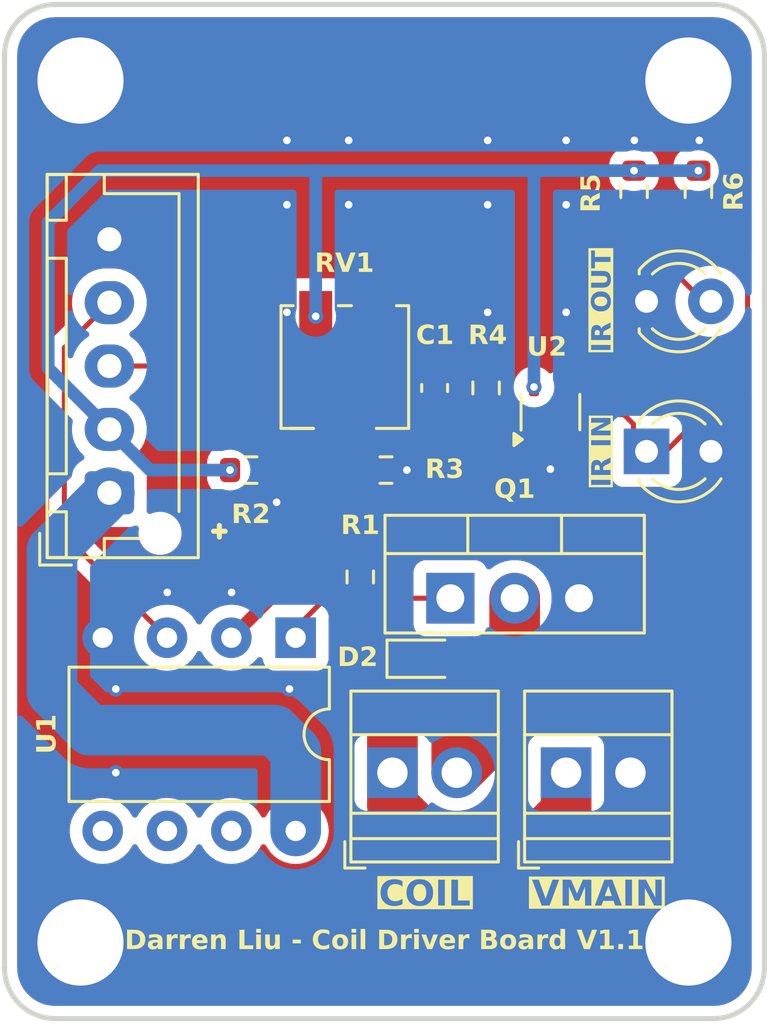
<source format=kicad_pcb>
(kicad_pcb (version 20240108) (generator "pcbnew") (generator_version "8.0")
  (layers (0 "F.Cu" signal) (31 "B.Cu" signal) (34 "B.Paste" user) (35 "F.Paste" user) (36 "B.SilkS" user "B.Silkscreen") (37 "F.SilkS" user "F.Silkscreen") (38 "B.Mask" user) (39 "F.Mask" user) (44 "Edge.Cuts" user))
  (net 0 "")
  (net 1 "IRSOUT")
  (net 2 "GND")
  (net 3 "IN1")
  (net 4 "VMAIN")
  (net 5 "Net-(D4-A)")
  (net 6 "Net-(D5-K)")
  (net 7 "12V")
  (net 8 "CEN")
  (net 9 "3V3")
  (net 10 "OP1")
  (net 11 "1.5V")
  (net 12 "Net-(U2-+)")
  (footprint "Diode_SMD:D_0603_1608Metric" (layer "F.Cu") (at 116.586 125.8062)
    (property "Reference" "D2" (at -2.6416 -0.0254 0) (layer "F.SilkS") (effects (font (size 0.75 0.75))))
    (property "Value" "D")
    (fp_line (start -1.485 -0.735) (end -1.485 0.735) (stroke (width 0.12)) (layer "F.SilkS"))
    (fp_line (start -1.485 0.735) (end 0.8 0.735) (stroke (width 0.12)) (layer "F.SilkS"))
    (fp_line (start 0.8 -0.735) (end -1.485 -0.735) (stroke (width 0.12)) (layer "F.SilkS"))
    (pad "1" smd roundrect (at -0.7875 0) (size 0.875 0.95) (layers "F.Cu" "F.Paste" "F.Mask") (net 4 "VMAIN"))
    (pad "2" smd roundrect (at 0.7875 0) (size 0.875 0.95) (layers "F.Cu" "F.Paste" "F.Mask") (net 3 "IN1"))
  )
  (footprint "Resistor_SMD:R_0603_1608Metric" (layer "F.Cu") (at 114.046 122.5804 90)
    (property "Reference" "R1" (at 2.0066 0 180) (layer "F.SilkS") (effects (font (size 0.75 0.75))))
    (property "Value" "R")
    (fp_line (start -0.237258 -0.5225) (end 0.237258 -0.5225) (stroke (width 0.12)) (layer "F.SilkS"))
    (fp_line (start -0.237258 0.5225) (end 0.237258 0.5225) (stroke (width 0.12)) (layer "F.SilkS"))
    (pad "1" smd roundrect (at -0.825 0 90) (size 0.8 0.95) (layers "F.Cu" "F.Paste" "F.Mask") (net 10 "OP1"))
    (pad "2" smd roundrect (at 0.825 0 90) (size 0.8 0.95) (layers "F.Cu" "F.Paste" "F.Mask") (net 2 "GND"))
  )
  (footprint "Package_DIP:DIP-8_W7.62mm" (layer "F.Cu") (at 111.496 124.978 -90)
    (property "Reference" "U1" (at 3.8 9.7944 90) (layer "F.SilkS") (effects (font (size 0.75 0.75))))
    (property "Value" "LM358")
    (fp_line (start 1.16 8.95) (end 6.46 8.95) (stroke (width 0.12)) (layer "F.SilkS"))
    (fp_line (start 6.46 8.95) (end 6.46 -1.33) (stroke (width 0.12)) (layer "F.SilkS"))
    (fp_line (start 1.16 -1.33) (end 1.16 8.95) (stroke (width 0.12)) (layer "F.SilkS"))
    (fp_line (start 2.81 -1.33) (end 1.16 -1.33) (stroke (width 0.12)) (layer "F.SilkS"))
    (fp_line (start 6.46 -1.33) (end 4.81 -1.33) (stroke (width 0.12)) (layer "F.SilkS"))
    (fp_arc (start 4.81 -1.33) (mid 3.81 -0.33) (end 2.81 -1.33) (stroke (width 0.12)) (layer "F.SilkS"))
    (pad "1" thru_hole rect (at 0 0 270) (size 1.6 1.6) (drill 0.8) (layers "*.Cu" "*.Mask") (net 10 "OP1"))
    (pad "2" thru_hole oval (at 0 2.54 270) (size 1.6 1.6) (drill 0.8) (layers "*.Cu" "*.Mask") (net 11 "1.5V"))
    (pad "3" thru_hole oval (at 0 5.08 270) (size 1.6 1.6) (drill 0.8) (layers "*.Cu" "*.Mask") (net 8 "CEN"))
    (pad "4" thru_hole oval (at 0 7.62 270) (size 1.6 1.6) (drill 0.8) (layers "*.Cu" "*.Mask") (net 2 "GND"))
    (pad "5" thru_hole oval (at 7.62 7.62 270) (size 1.6 1.6) (drill 0.8) (layers "*.Cu" "*.Mask"))
    (pad "6" thru_hole oval (at 7.62 5.08 270) (size 1.6 1.6) (drill 0.8) (layers "*.Cu" "*.Mask"))
    (pad "7" thru_hole oval (at 7.62 2.54 270) (size 1.6 1.6) (drill 0.8) (layers "*.Cu" "*.Mask"))
    (pad "8" thru_hole oval (at 7.62 0 270) (size 1.6 1.6) (drill 0.8) (layers "*.Cu" "*.Mask") (net 7 "12V"))
  )
  (footprint "Resistor_SMD:R_0603_1608Metric" (layer "F.Cu") (at 119.014 115.125 90)
    (property "Reference" "R4" (at 2.0442 0.0612 180) (layer "F.SilkS") (effects (font (size 0.75 0.75))))
    (property "Value" "470R")
    (fp_line (start -0.237258 -0.5225) (end 0.237258 -0.5225) (stroke (width 0.12)) (layer "F.SilkS"))
    (fp_line (start -0.237258 0.5225) (end 0.237258 0.5225) (stroke (width 0.12)) (layer "F.SilkS"))
    (pad "1" smd roundrect (at -0.825 0 90) (size 0.8 0.95) (layers "F.Cu" "F.Paste" "F.Mask") (net 1 "IRSOUT"))
    (pad "2" smd roundrect (at 0.825 0 90) (size 0.8 0.95) (layers "F.Cu" "F.Paste" "F.Mask") (net 2 "GND"))
  )
  (footprint "Package_TO_SOT_THT:TO-220-3_Vertical" (layer "F.Cu") (at 117.602 123.4186)
    (property "Reference" "Q1" (at 2.54 -4.27 0) (layer "F.SilkS") (effects (font (size 0.75 0.75))))
    (property "Value" "IRF3205")
    (fp_line (start -2.58 -3.27) (end -2.58 1.371) (stroke (width 0.12)) (layer "F.SilkS"))
    (fp_line (start -2.58 -3.27) (end 7.66 -3.27) (stroke (width 0.12)) (layer "F.SilkS"))
    (fp_line (start -2.58 -1.76) (end 7.66 -1.76) (stroke (width 0.12)) (layer "F.SilkS"))
    (fp_line (start -2.58 1.371) (end 7.66 1.371) (stroke (width 0.12)) (layer "F.SilkS"))
    (fp_line (start 0.69 -3.27) (end 0.69 -1.76) (stroke (width 0.12)) (layer "F.SilkS"))
    (fp_line (start 4.391 -3.27) (end 4.391 -1.76) (stroke (width 0.12)) (layer "F.SilkS"))
    (fp_line (start 7.66 -3.27) (end 7.66 1.371) (stroke (width 0.12)) (layer "F.SilkS"))
    (pad "1" thru_hole rect (at 0 0) (size 1.905 2) (drill 1.1) (layers "*.Cu" "*.Mask") (net 10 "OP1"))
    (pad "2" thru_hole oval (at 2.54 0) (size 1.905 2) (drill 1.1) (layers "*.Cu" "*.Mask") (net 3 "IN1"))
    (pad "3" thru_hole oval (at 5.08 0) (size 1.905 2) (drill 1.1) (layers "*.Cu" "*.Mask") (net 2 "GND"))
  )
  (footprint "Resistor_SMD:R_0603_1608Metric" (layer "F.Cu") (at 115.062 118.364)
    (property "Reference" "R3" (at 2.3114 0 0) (layer "F.SilkS") (effects (font (size 0.75 0.75))))
    (property "Value" "R")
    (fp_line (start -0.237258 -0.5225) (end 0.237258 -0.5225) (stroke (width 0.12)) (layer "F.SilkS"))
    (fp_line (start -0.237258 0.5225) (end 0.237258 0.5225) (stroke (width 0.12)) (layer "F.SilkS"))
    (pad "1" smd roundrect (at -0.825 0) (size 0.8 0.95) (layers "F.Cu" "F.Paste" "F.Mask") (net 11 "1.5V"))
    (pad "2" smd roundrect (at 0.825 0) (size 0.8 0.95) (layers "F.Cu" "F.Paste" "F.Mask") (net 2 "GND"))
  )
  (footprint "Resistor_SMD:R_0603_1608Metric" (layer "F.Cu") (at 127.396 107.379 -90)
    (property "Reference" "R6" (at 0 -1.43 90) (layer "F.SilkS") (effects (font (size 0.75 0.75))))
    (property "Value" "10K")
    (fp_line (start -0.237258 0.5225) (end 0.237258 0.5225) (stroke (width 0.12)) (layer "F.SilkS"))
    (fp_line (start -0.237258 -0.5225) (end 0.237258 -0.5225) (stroke (width 0.12)) (layer "F.SilkS"))
    (pad "1" smd roundrect (at -0.825 0 270) (size 0.8 0.95) (layers "F.Cu" "F.Paste" "F.Mask") (net 9 "3V3"))
    (pad "2" smd roundrect (at 0.825 0 270) (size 0.8 0.95) (layers "F.Cu" "F.Paste" "F.Mask") (net 6 "Net-(D5-K)"))
  )
  (footprint "Capacitor_SMD:C_0603_1608Metric" (layer "F.Cu") (at 116.982 115.125 90)
    (property "Reference" "C1" (at 2.0442 0.0104 180) (layer "F.SilkS") (effects (font (size 0.75 0.75))))
    (property "Value" "C")
    (fp_line (start -0.14058 -0.51) (end 0.14058 -0.51) (stroke (width 0.12)) (layer "F.SilkS"))
    (fp_line (start -0.14058 0.51) (end 0.14058 0.51) (stroke (width 0.12)) (layer "F.SilkS"))
    (pad "1" smd roundrect (at -0.775 0 90) (size 0.9 0.95) (layers "F.Cu" "F.Paste" "F.Mask") (net 1 "IRSOUT"))
    (pad "2" smd roundrect (at 0.775 0 90) (size 0.9 0.95) (layers "F.Cu" "F.Paste" "F.Mask") (net 2 "GND"))
  )
  (footprint "TerminalBlock:TerminalBlock_Xinya_XY308-2.54-2P_1x02_P2.54mm_Horizontal" (layer "F.Cu") (at 122.174 130.302)
    (property "Reference" "J2" (hide yes))
    (property "Value" "Screw_Terminal_01x02")
    (fp_line (start -1.88 2.72) (end -1.88 3.76) (stroke (width 0.12)) (layer "F.SilkS"))
    (fp_line (start -1.88 3.76) (end -1.08 3.76) (stroke (width 0.12)) (layer "F.SilkS"))
    (fp_line (start -1.64 -3.22) (end -1.64 3.52) (stroke (width 0.12)) (layer "F.SilkS"))
    (fp_line (start -1.64 -3.22) (end 4.18 -3.22) (stroke (width 0.12)) (layer "F.SilkS"))
    (fp_line (start -1.64 -1.501) (end 4.18 -1.501) (stroke (width 0.12)) (layer "F.SilkS"))
    (fp_line (start -1.64 1.6) (end 4.18 1.6) (stroke (width 0.12)) (layer "F.SilkS"))
    (fp_line (start -1.64 2.6) (end 4.18 2.6) (stroke (width 0.12)) (layer "F.SilkS"))
    (fp_line (start -1.64 3.52) (end 4.18 3.52) (stroke (width 0.12)) (layer "F.SilkS"))
    (fp_line (start 4.18 -3.22) (end 4.18 3.52) (stroke (width 0.12)) (layer "F.SilkS"))
    (pad "1" thru_hole rect (at 0 0) (size 2 2) (drill 1.2) (layers "*.Cu" "*.Mask") (net 4 "VMAIN"))
    (pad "2" thru_hole circle (at 2.54 0) (size 2 2) (drill 1.2) (layers "*.Cu" "*.Mask") (net 2 "GND"))
  )
  (footprint "Resistor_SMD:R_0603_1608Metric" (layer "F.Cu") (at 124.856 107.379 -90)
    (property "Reference" "R5" (at 0.063 1.666 -90) (layer "F.SilkS") (effects (font (size 0.75 0.75))))
    (property "Value" "470R")
    (fp_line (start -0.237258 0.5225) (end 0.237258 0.5225) (stroke (width 0.12)) (layer "F.SilkS"))
    (fp_line (start -0.237258 -0.5225) (end 0.237258 -0.5225) (stroke (width 0.12)) (layer "F.SilkS"))
    (pad "1" smd roundrect (at -0.825 0 270) (size 0.8 0.95) (layers "F.Cu" "F.Paste" "F.Mask") (net 9 "3V3"))
    (pad "2" smd roundrect (at 0.825 0 270) (size 0.8 0.95) (layers "F.Cu" "F.Paste" "F.Mask") (net 5 "Net-(D4-A)"))
  )
  (footprint "LED_THT:LED_D3.0mm" (layer "F.Cu") (at 125.349 117.6274)
    (property "Reference" "D5" (hide yes))
    (property "Value" "LED")
    (fp_line (start -0.29 -1.236) (end -0.29 -1.08) (stroke (width 0.12)) (layer "F.SilkS"))
    (fp_line (start -0.29 1.08) (end -0.29 1.236) (stroke (width 0.12)) (layer "F.SilkS"))
    (fp_arc (start -0.29 -1.235516) (mid 1.365624 -1.987701) (end 2.941397 -1.080061) (stroke (width 0.12)) (layer "F.SilkS"))
    (fp_arc (start 0.229039 -1.08) (mid 1.269965 -1.5) (end 2.31091 -1.080049) (stroke (width 0.12)) (layer "F.SilkS"))
    (fp_arc (start 2.31091 1.080049) (mid 1.269965 1.5) (end 0.229039 1.08) (stroke (width 0.12)) (layer "F.SilkS"))
    (fp_arc (start 2.941397 1.080061) (mid 1.365624 1.987701) (end -0.29 1.235516) (stroke (width 0.12)) (layer "F.SilkS"))
    (pad "1" thru_hole rect (at 0 0) (size 1.8 1.8) (drill 0.9) (layers "*.Cu" "*.Mask") (net 6 "Net-(D5-K)"))
    (pad "2" thru_hole circle (at 2.54 0) (size 1.8 1.8) (drill 0.9) (layers "*.Cu" "*.Mask") (net 2 "GND"))
  )
  (footprint "LED_THT:LED_D3.0mm" (layer "F.Cu") (at 125.349 111.7092)
    (property "Reference" "D4" (hide yes))
    (property "Value" "LED")
    (fp_line (start -0.29 -1.236) (end -0.29 -1.08) (stroke (width 0.12)) (layer "F.SilkS"))
    (fp_line (start -0.29 1.08) (end -0.29 1.236) (stroke (width 0.12)) (layer "F.SilkS"))
    (fp_arc (start -0.29 -1.235516) (mid 1.365624 -1.987701) (end 2.941397 -1.080061) (stroke (width 0.12)) (layer "F.SilkS"))
    (fp_arc (start 0.229039 -1.08) (mid 1.269965 -1.5) (end 2.31091 -1.080049) (stroke (width 0.12)) (layer "F.SilkS"))
    (fp_arc (start 2.31091 1.080049) (mid 1.269965 1.5) (end 0.229039 1.08) (stroke (width 0.12)) (layer "F.SilkS"))
    (fp_arc (start 2.941397 1.080061) (mid 1.365624 1.987701) (end -0.29 1.235516) (stroke (width 0.12)) (layer "F.SilkS"))
    (pad "1" thru_hole rect (at 0 0) (size 1.8 1.8) (drill 0.9) (layers "*.Cu" "*.Mask") (net 2 "GND"))
    (pad "2" thru_hole circle (at 2.54 0) (size 1.8 1.8) (drill 0.9) (layers "*.Cu" "*.Mask") (net 5 "Net-(D4-A)"))
  )
  (footprint "TerminalBlock:TerminalBlock_Xinya_XY308-2.54-2P_1x02_P2.54mm_Horizontal" (layer "F.Cu") (at 115.316 130.302)
    (property "Reference" "J3" (hide yes))
    (property "Value" "Screw_Terminal_01x02")
    (fp_line (start -1.88 2.72) (end -1.88 3.76) (stroke (width 0.12)) (layer "F.SilkS"))
    (fp_line (start -1.88 3.76) (end -1.08 3.76) (stroke (width 0.12)) (layer "F.SilkS"))
    (fp_line (start -1.64 -3.22) (end -1.64 3.52) (stroke (width 0.12)) (layer "F.SilkS"))
    (fp_line (start -1.64 -3.22) (end 4.18 -3.22) (stroke (width 0.12)) (layer "F.SilkS"))
    (fp_line (start -1.64 -1.501) (end 4.18 -1.501) (stroke (width 0.12)) (layer "F.SilkS"))
    (fp_line (start -1.64 1.6) (end 4.18 1.6) (stroke (width 0.12)) (layer "F.SilkS"))
    (fp_line (start -1.64 2.6) (end 4.18 2.6) (stroke (width 0.12)) (layer "F.SilkS"))
    (fp_line (start -1.64 3.52) (end 4.18 3.52) (stroke (width 0.12)) (layer "F.SilkS"))
    (fp_line (start 4.18 -3.22) (end 4.18 3.52) (stroke (width 0.12)) (layer "F.SilkS"))
    (pad "1" thru_hole rect (at 0 0) (size 2 2) (drill 1.2) (layers "*.Cu" "*.Mask") (net 4 "VMAIN"))
    (pad "2" thru_hole circle (at 2.54 0) (size 2 2) (drill 1.2) (layers "*.Cu" "*.Mask") (net 3 "IN1"))
  )
  (footprint "Connector_JST:JST_XH_B5B-XH-AM_1x05_P2.50mm_Vertical" (layer "F.Cu") (at 104.14 119.26 90)
    (property "Reference" "J1" (hide yes))
    (property "Value" "Conn_01x05_Pin")
    (fp_line (start -1.6 -2.75) (end -2.85 -2.75) (stroke (width 0.12)) (layer "F.SilkS"))
    (fp_line (start -2.85 -2.75) (end -2.85 -1.5) (stroke (width 0.12)) (layer "F.SilkS"))
    (fp_line (start 12.56 -2.46) (end -2.56 -2.46) (stroke (width 0.12)) (layer "F.SilkS"))
    (fp_line (start -2.56 -2.46) (end -2.56 3.51) (stroke (width 0.12)) (layer "F.SilkS"))
    (fp_line (start 12.55 -2.45) (end 10.75 -2.45) (stroke (width 0.12)) (layer "F.SilkS"))
    (fp_line (start 10.75 -2.45) (end 10.75 -1.7) (stroke (width 0.12)) (layer "F.SilkS"))
    (fp_line (start 9.25 -2.45) (end 0.75 -2.45) (stroke (width 0.12)) (layer "F.SilkS"))
    (fp_line (start 0.75 -2.45) (end 0.75 -1.7) (stroke (width 0.12)) (layer "F.SilkS"))
    (fp_line (start -0.75 -2.45) (end -2.55 -2.45) (stroke (width 0.12)) (layer "F.SilkS"))
    (fp_line (start -2.55 -2.45) (end -2.55 -1.7) (stroke (width 0.12)) (layer "F.SilkS"))
    (fp_line (start 12.55 -1.7) (end 12.55 -2.45) (stroke (width 0.12)) (layer "F.SilkS"))
    (fp_line (start 10.75 -1.7) (end 12.55 -1.7) (stroke (width 0.12)) (layer "F.SilkS"))
    (fp_line (start 9.25 -1.7) (end 9.25 -2.45) (stroke (width 0.12)) (layer "F.SilkS"))
    (fp_line (start 0.75 -1.7) (end 9.25 -1.7) (stroke (width 0.12)) (layer "F.SilkS"))
    (fp_line (start -0.75 -1.7) (end -0.75 -2.45) (stroke (width 0.12)) (layer "F.SilkS"))
    (fp_line (start -2.55 -1.7) (end -0.75 -1.7) (stroke (width 0.12)) (layer "F.SilkS"))
    (fp_line (start 12.55 -0.2) (end 11.8 -0.2) (stroke (width 0.12)) (layer "F.SilkS"))
    (fp_line (start 11.8 -0.2) (end 11.8 2.75) (stroke (width 0.12)) (layer "F.SilkS"))
    (fp_line (start -1.8 -0.2) (end -1.8 1.14) (stroke (width 0.12)) (layer "F.SilkS"))
    (fp_line (start -2.55 -0.2) (end -1.8 -0.2) (stroke (width 0.12)) (layer "F.SilkS"))
    (fp_line (start 11.8 2.75) (end 5 2.75) (stroke (width 0.12)) (layer "F.SilkS"))
    (fp_line (start 5 2.75) (end -0.74 2.75) (stroke (width 0.12)) (layer "F.SilkS"))
    (fp_line (start 12.56 3.51) (end 12.56 -2.46) (stroke (width 0.12)) (layer "F.SilkS"))
    (fp_line (start -2.56 3.51) (end 12.56 3.51) (stroke (width 0.12)) (layer "F.SilkS"))
    (pad "" np_thru_hole circle (at -1.6 2 90) (size 1.2 1.2) (drill 1.2) (layers "*.Cu" "*.Mask"))
    (pad "1" thru_hole roundrect (at 0 0 90) (size 1.7 1.95) (drill 0.95) (layers "*.Cu" "*.Mask") (roundrect_rratio 0.147059) (net 7 "12V"))
    (pad "2" thru_hole oval (at 2.5 0 90) (size 1.7 1.95) (drill 0.95) (layers "*.Cu" "*.Mask") (net 9 "3V3"))
    (pad "3" thru_hole oval (at 5 0 90) (size 1.7 1.95) (drill 0.95) (layers "*.Cu" "*.Mask") (net 1 "IRSOUT"))
    (pad "4" thru_hole oval (at 7.5 0 90) (size 1.7 1.95) (drill 0.95) (layers "*.Cu" "*.Mask") (net 8 "CEN"))
    (pad "5" thru_hole oval (at 10 0 90) (size 1.7 1.95) (drill 0.95) (layers "*.Cu" "*.Mask") (net 2 "GND"))
  )
  (footprint "Potentiometer_SMD:Potentiometer_Bourns_3214J_Horizontal" (layer "F.Cu") (at 113.4364 114.3 90)
    (property "Reference" "RV1" (at 4.064 -0.015 180) (layer "F.SilkS") (effects (font (size 0.75 0.75))))
    (property "Value" "R_Potentiometer_Trim_US")
    (fp_line (start 2.42 -2.52) (end 2.42 -2.04) (stroke (width 0.12)) (layer "F.SilkS"))
    (fp_line (start -2.42 -2.52) (end 2.42 -2.52) (stroke (width 0.12)) (layer "F.SilkS"))
    (fp_line (start -2.42 -2.52) (end -2.42 -1.24) (stroke (width 0.12)) (layer "F.SilkS"))
    (fp_line (start -2.42 -2.14) (end -2.42 -2.14) (stroke (width 0.12)) (layer "F.SilkS"))
    (fp_line (start -2.42 -2.14) (end -2.42 -1.24) (stroke (width 0.12)) (layer "F.SilkS"))
    (fp_line (start -2.42 -2.14) (end -2.42 -1.24) (stroke (width 0.12)) (layer "F.SilkS"))
    (fp_line (start 2.42 -0.26) (end 2.42 0.26) (stroke (width 0.12)) (layer "F.SilkS"))
    (fp_line (start -2.42 1.24) (end -2.42 2.52) (stroke (width 0.12)) (layer "F.SilkS"))
    (fp_line (start 2.42 2.04) (end 2.42 2.52) (stroke (width 0.12)) (layer "F.SilkS"))
    (fp_line (start -2.42 2.52) (end 2.42 2.52) (stroke (width 0.12)) (layer "F.SilkS"))
    (pad "1" smd rect (at 2 -1.15 90) (size 2 1.3) (layers "F.Cu" "F.Paste" "F.Mask") (net 9 "3V3"))
    (pad "2" smd rect (at -2 0 90) (size 2 2) (layers "F.Cu" "F.Paste" "F.Mask") (net 12 "Net-(U2-+)"))
    (pad "3" smd rect (at 2 1.15 90) (size 2 1.3) (layers "F.Cu" "F.Paste" "F.Mask") (net 2 "GND"))
  )
  (footprint "Package_TO_SOT_SMD:SOT-353_SC-70-5" (layer "F.Cu") (at 121.554 116.078 90)
    (property "Reference" "U2" (at 2.54 -0.142 180) (layer "F.SilkS") (effects (font (size 0.75 0.75))))
    (property "Value" "TLV172IDCK")
    (fp_line (start -0.71 -1.16) (end 0.7 -1.16) (stroke (width 0.12)) (layer "F.SilkS"))
    (fp_line (start -0.7 1.16) (end 0.7 1.16) (stroke (width 0.12)) (layer "F.SilkS"))
    (fp_poly (pts (xy -1.08 -1.11) (xy -1.32 -1.44) (xy -0.84 -1.44) (xy -1.08 -1.11)) (stroke (width 0.12)) (fill solid) (layer "F.SilkS"))
    (pad "1" smd roundrect (at -0.95 -0.65 90) (size 0.65 0.4) (layers "F.Cu" "F.Paste" "F.Mask") (net 12 "Net-(U2-+)"))
    (pad "2" smd roundrect (at -0.95 0 90) (size 0.65 0.4) (layers "F.Cu" "F.Paste" "F.Mask") (net 2 "GND"))
    (pad "3" smd roundrect (at -0.95 0.65 90) (size 0.65 0.4) (layers "F.Cu" "F.Paste" "F.Mask") (net 6 "Net-(D5-K)"))
    (pad "4" smd roundrect (at 0.95 0.65 90) (size 0.65 0.4) (layers "F.Cu" "F.Paste" "F.Mask") (net 1 "IRSOUT"))
    (pad "5" smd roundrect (at 0.95 -0.65 90) (size 0.65 0.4) (layers "F.Cu" "F.Paste" "F.Mask") (net 9 "3V3"))
  )
  (footprint "Resistor_SMD:R_0603_1608Metric" (layer "F.Cu") (at 109.728 118.364 180)
    (property "Reference" "R2" (at 0 -1.778 180) (layer "F.SilkS") (effects (font (size 0.75 0.75))))
    (property "Value" "R")
    (fp_line (start -0.237258 0.5225) (end 0.237258 0.5225) (stroke (width 0.12)) (layer "F.SilkS"))
    (fp_line (start -0.237258 -0.5225) (end 0.237258 -0.5225) (stroke (width 0.12)) (layer "F.SilkS"))
    (pad "1" smd roundrect (at -0.825 0 180) (size 0.8 0.95) (layers "F.Cu" "F.Paste" "F.Mask") (net 11 "1.5V"))
    (pad "2" smd roundrect (at 0.825 0 180) (size 0.8 0.95) (layers "F.Cu" "F.Paste" "F.Mask") (net 9 "3V3"))
  )
  (gr_line (start 108.2548 120.777) (end 108.712 120.777) (stroke (width 0.2)) (layer "F.SilkS"))
  (gr_line (start 108.4834 120.5484) (end 108.4834 121.0056) (stroke (width 0.2)) (layer "F.SilkS"))
  (gr_line (start 102 100) (end 128 100) (stroke (width 0.2)) (layer "Edge.Cuts"))
  (gr_line (start 100 138) (end 100 102) (stroke (width 0.2)) (layer "Edge.Cuts"))
  (gr_line (start 130 102) (end 130 138) (stroke (width 0.2)) (layer "Edge.Cuts"))
  (gr_arc (start 130 138) (mid 129.414214 139.414214) (end 128 140) (stroke (width 0.2)) (layer "Edge.Cuts"))
  (gr_arc (start 100 102) (mid 100.585786 100.585786) (end 102 100) (stroke (width 0.2)) (layer "Edge.Cuts"))
  (gr_line (start 128 140) (end 102 140) (stroke (width 0.2)) (layer "Edge.Cuts"))
  (gr_arc (start 102 140) (mid 100.585786 139.414214) (end 100 138) (stroke (width 0.2)) (layer "Edge.Cuts"))
  (gr_arc (start 128 100) (mid 129.414214 100.585786) (end 130 102) (stroke (width 0.2)) (layer "Edge.Cuts"))
  (gr_text "IR IN" (at 124.0536 117.627401 90) (layer "F.SilkS" knockout) (effects (font (size 0.75 0.75) (thickness 0.1875) (bold yes)) (justify bottom)))
  (gr_text "VMAIN" (at 123.449 135.7122 0) (layer "F.SilkS" knockout) (effects (font (size 1 1) (thickness 0.25) (bold yes)) (justify bottom)))
  (gr_text "IR OUT" (at 124.0536 111.709201 90) (layer "F.SilkS" knockout) (effects (font (size 0.75 0.75) (thickness 0.1875) (bold yes)) (justify bottom)))
  (gr_text "COIL" (at 116.591 135.7122 0) (layer "F.SilkS" knockout) (effects (font (size 1 1) (thickness 0.25) (bold yes)) (justify bottom)))
  (gr_text "Darren Liu - Coil Driver Board V1.1" (at 115 137.386881 0) (layer "F.SilkS") (effects (font (size 0.75 0.75) (thickness 0.125) (bold yes)) (justify bottom)))
  (segment (start 122.204 115.128) (end 121.254 116.078) (width 0.2) (layer "F.Cu") (net 1))
  (segment (start 116.474 116.078) (end 114.656 114.26) (width 0.2) (layer "F.Cu") (net 1))
  (segment (start 114.656 114.26) (end 104.14 114.26) (width 0.2) (layer "F.Cu") (net 1))
  (segment (start 121.254 116.078) (end 116.474 116.078) (width 0.2) (layer "F.Cu") (net 1))
  (segment (start 121.554 117.028) (end 121.554 118.3282) (width 0.2) (layer "F.Cu") (net 2))
  (via (at 119.0752 112.141) (size 0.6) (drill 0.3) (layers "F.Cu" "B.Cu") (net 2))
  (via (at 103 103) (size 4) (drill 3.4) (layers "F.Cu" "B.Cu") (net 2))
  (via (at 103 137) (size 4) (drill 3.4) (layers "F.Cu" "B.Cu") (net 2))
  (via (at 104.394 130.302) (size 0.6) (drill 0.3) (layers "F.Cu" "B.Cu") (net 2))
  (via (at 122.174 112.141) (size 0.6) (drill 0.3) (layers "F.Cu" "B.Cu") (net 2))
  (via (at 127 137) (size 4) (drill 3.4) (layers "F.Cu" "B.Cu") (net 2))
  (via (at 111.1504 107.8992) (size 0.6) (drill 0.3) (layers "F.Cu" "B.Cu") (net 2))
  (via (at 115.887 118.364) (size 0.6) (drill 0.3) (layers "F.Cu" "B.Cu") (net 2))
  (via (at 113.5888 107.8992) (size 0.6) (drill 0.3) (layers "F.Cu" "B.Cu") (net 2))
  (via (at 122.174 107.8992) (size 0.6) (drill 0.3) (layers "F.Cu" "B.Cu") (net 2))
  (via (at 122.174 105.3592) (size 0.6) (drill 0.3) (layers "F.Cu" "B.Cu") (net 2))
  (via (at 119.0752 105.3592) (size 0.6) (drill 0.3) (layers "F.Cu" "B.Cu") (net 2))
  (via (at 110.744 119.634) (size 0.6) (drill 0.3) (layers "F.Cu" "B.Cu") (net 2))
  (via (at 111.252 127) (size 0.6) (drill 0.3) (layers "F.Cu" "B.Cu") (net 2))
  (via (at 119.0752 107.8992) (size 0.6) (drill 0.3) (layers "F.Cu" "B.Cu") (net 2))
  (via (at 124.8664 105.3592) (size 0.6) (drill 0.3) (layers "F.Cu" "B.Cu") (net 2))
  (via (at 127.4318 105.3592) (size 0.6) (drill 0.3) (layers "F.Cu" "B.Cu") (net 2))
  (via (at 127 103) (size 4) (drill 3.4) (layers "F.Cu" "B.Cu") (net 2))
  (via (at 104.394 127) (size 0.6) (drill 0.3) (layers "F.Cu" "B.Cu") (net 2))
  (via (at 113.5888 105.3592) (size 0.6) (drill 0.3) (layers "F.Cu" "B.Cu") (net 2))
  (via (at 108.966 123.19) (size 0.6) (drill 0.3) (layers "F.Cu" "B.Cu") (net 2))
  (via (at 111.1504 105.3592) (size 0.6) (drill 0.3) (layers "F.Cu" "B.Cu") (net 2))
  (via (at 106.426 123.19) (size 0.6) (drill 0.3) (layers "F.Cu" "B.Cu") (net 2))
  (via (at 121.554 118.3282) (size 0.6) (drill 0.3) (layers "F.Cu" "B.Cu") (net 2))
  (via (at 111.1504 112.141) (size 0.6) (drill 0.3) (layers "F.Cu" "B.Cu") (net 2))
  (segment (start 120.142 128.016) (end 117.856 130.302) (width 2) (layer "F.Cu") (net 3))
  (segment (start 117.856 126.2887) (end 117.3735 125.8062) (width 1) (layer "F.Cu") (net 3))
  (segment (start 117.856 130.302) (end 117.856 128.143) (width 2) (layer "F.Cu") (net 3))
  (segment (start 120.142 123.4186) (end 120.142 128.016) (width 2) (layer "F.Cu") (net 3))
  (segment (start 117.856 128.143) (end 117.856 126.2887) (width 1) (layer "F.Cu") (net 3))
  (segment (start 115.316 130.302) (end 115.316 128.143) (width 2) (layer "F.Cu") (net 4))
  (segment (start 116.84 133.096) (end 120.904 133.096) (width 2) (layer "F.Cu") (net 4))
  (segment (start 122.174 131.826) (end 122.174 130.302) (width 2) (layer "F.Cu") (net 4))
  (segment (start 115.316 131.572) (end 116.84 133.096) (width 2) (layer "F.Cu") (net 4))
  (segment (start 115.316 128.143) (end 115.316 126.2887) (width 1) (layer "F.Cu") (net 4))
  (segment (start 115.316 130.302) (end 115.316 131.572) (width 2) (layer "F.Cu") (net 4))
  (segment (start 115.316 126.2887) (end 115.7985 125.8062) (width 1) (layer "F.Cu") (net 4))
  (segment (start 120.904 133.096) (end 122.174 131.826) (width 2) (layer "F.Cu") (net 4))
  (segment (start 127.5992 111.7092) (end 127.889 111.7092) (width 0.2) (layer "F.Cu") (net 5))
  (segment (start 124.856 108.966) (end 127.5992 111.7092) (width 0.2) (layer "F.Cu") (net 5))
  (segment (start 124.856 108.204) (end 124.856 108.966) (width 0.2) (layer "F.Cu") (net 5))
  (segment (start 125.349 117.6274) (end 126.111 117.6274) (width 0.2) (layer "F.Cu") (net 6))
  (segment (start 124.46 116.1796) (end 124.8306 116.5502) (width 0.2) (layer "F.Cu") (net 6))
  (segment (start 122.204 116.4544) (end 122.4788 116.1796) (width 0.2) (layer "F.Cu") (net 6))
  (segment (start 122.4788 116.1796) (end 124.46 116.1796) (width 0.2) (layer "F.Cu") (net 6))
  (segment (start 127.396 108.8794) (end 127.396 108.204) (width 0.2) (layer "F.Cu") (net 6))
  (segment (start 126.111 117.6274) (end 129.3368 114.4016) (width 0.2) (layer "F.Cu") (net 6))
  (segment (start 129.3368 110.8202) (end 127.396 108.8794) (width 0.2) (layer "F.Cu") (net 6))
  (segment (start 129.3368 114.4016) (end 129.3368 110.8202) (width 0.2) (layer "F.Cu") (net 6))
  (segment (start 122.204 117.028) (end 122.204 116.4544) (width 0.2) (layer "F.Cu") (net 6))
  (segment (start 124.8306 116.5502) (end 124.8306 117.6274) (width 0.2) (layer "F.Cu") (net 6))
  (segment (start 104.14 119.26) (end 101.876 121.524) (width 2) (layer "B.Cu") (net 7))
  (segment (start 103.378 128.6256) (end 110.6678 128.6256) (width 2) (layer "B.Cu") (net 7))
  (segment (start 110.6678 128.6256) (end 111.496 129.4538) (width 2) (layer "B.Cu") (net 7))
  (segment (start 101.876 127.1236) (end 103.378 128.6256) (width 2) (layer "B.Cu") (net 7))
  (segment (start 101.876 121.524) (end 101.876 127.1236) (width 2) (layer "B.Cu") (net 7))
  (segment (start 111.496 129.4538) (end 111.496 132.598) (width 2) (layer "B.Cu") (net 7))
  (segment (start 102.362 120.924) (end 106.416 124.978) (width 0.2) (layer "F.Cu") (net 8))
  (segment (start 102.362 113.538) (end 102.362 120.924) (width 0.2) (layer "F.Cu") (net 8))
  (segment (start 104.14 111.76) (end 102.362 113.538) (width 0.2) (layer "F.Cu") (net 8))
  (via (at 112.2864 112.3) (size 0.6) (drill 0.3) (layers "F.Cu" "B.Cu") (net 9))
  (via (at 127.396 106.554) (size 0.6) (drill 0.3) (layers "F.Cu" "B.Cu") (net 9))
  (via (at 124.856 106.554) (size 0.6) (drill 0.3) (layers "F.Cu" "B.Cu") (net 9))
  (via (at 108.903 118.364) (size 0.6) (drill 0.3) (layers "F.Cu" "B.Cu") (net 9))
  (via (at 120.904 115.0874) (size 0.6) (drill 0.3) (layers "F.Cu" "B.Cu") (net 9))
  (segment (start 124.856 106.554) (end 127.396 106.554) (width 0.5) (layer "B.Cu") (net 9))
  (segment (start 112.2934 106.553) (end 124.855 106.553) (width 0.5) (layer "B.Cu") (net 9))
  (segment (start 112.2864 112.3) (end 112.2864 106.56) (width 0.5) (layer "B.Cu") (net 9))
  (segment (start 103.759 106.553) (end 112.2934 106.553) (width 0.5) (layer "B.Cu") (net 9))
  (segment (start 120.904 106.5934) (end 120.919 106.5784) (width 0.5) (layer "B.Cu") (net 9))
  (segment (start 107.776 118.364) (end 108.903 118.364) (width 0.5) (layer "B.Cu") (net 9))
  (segment (start 120.904 115.0874) (end 120.904 106.5934) (width 0.5) (layer "B.Cu") (net 9))
  (segment (start 105.744 118.364) (end 107.776 118.364) (width 0.5) (layer "B.Cu") (net 9))
  (segment (start 120.904 115.128) (end 120.904 115.0874) (width 0.5) (layer "B.Cu") (net 9))
  (segment (start 104.14 116.76) (end 101.727 114.347) (width 0.5) (layer "B.Cu") (net 9))
  (segment (start 112.2864 106.56) (end 112.2934 106.553) (width 0.5) (layer "B.Cu") (net 9))
  (segment (start 101.727 108.585) (end 103.759 106.553) (width 0.5) (layer "B.Cu") (net 9))
  (segment (start 104.14 116.76) (end 105.744 118.364) (width 0.5) (layer "B.Cu") (net 9))
  (segment (start 124.855 106.553) (end 124.856 106.554) (width 0.5) (layer "B.Cu") (net 9))
  (segment (start 101.727 114.347) (end 101.727 108.585) (width 0.5) (layer "B.Cu") (net 9))
  (segment (start 112.6744 123.4186) (end 111.496 124.597) (width 0.2) (layer "F.Cu") (net 10))
  (segment (start 111.496 124.597) (end 111.496 124.978) (width 0.2) (layer "F.Cu") (net 10))
  (segment (start 117.602 123.4186) (end 112.6744 123.4186) (width 0.2) (layer "F.Cu") (net 10))
  (segment (start 112.268 118.364) (end 114.237 118.364) (width 0.5) (layer "F.Cu") (net 11))
  (segment (start 112.268 121.666) (end 108.956 124.978) (width 0.5) (layer "F.Cu") (net 11))
  (segment (start 110.553 118.364) (end 112.268 118.364) (width 0.5) (layer "F.Cu") (net 11))
  (segment (start 112.268 118.364) (end 112.268 121.666) (width 0.5) (layer "F.Cu") (net 11))
  (segment (start 113.138 117.028) (end 112.41 116.3) (width 0.2) (layer "F.Cu") (net 12))
  (segment (start 120.904 117.028) (end 113.138 117.028) (width 0.2) (layer "F.Cu") (net 12))
  (zone (net 2) (net_name "GND") (layers "F&B.Cu") (connect_pads yes (clearance 0.5)) (min_thickness 0.25) (fill yes (thermal_gap 0.5) (thermal_bridge_width 0.5) (island_removal_mode 1) (island_area_min 10))
    (polygon (pts (xy 99.822 99.822) (xy 130.302 99.822) (xy 130.302 140.208) (xy 99.822 140.208)))
  )
)
</source>
